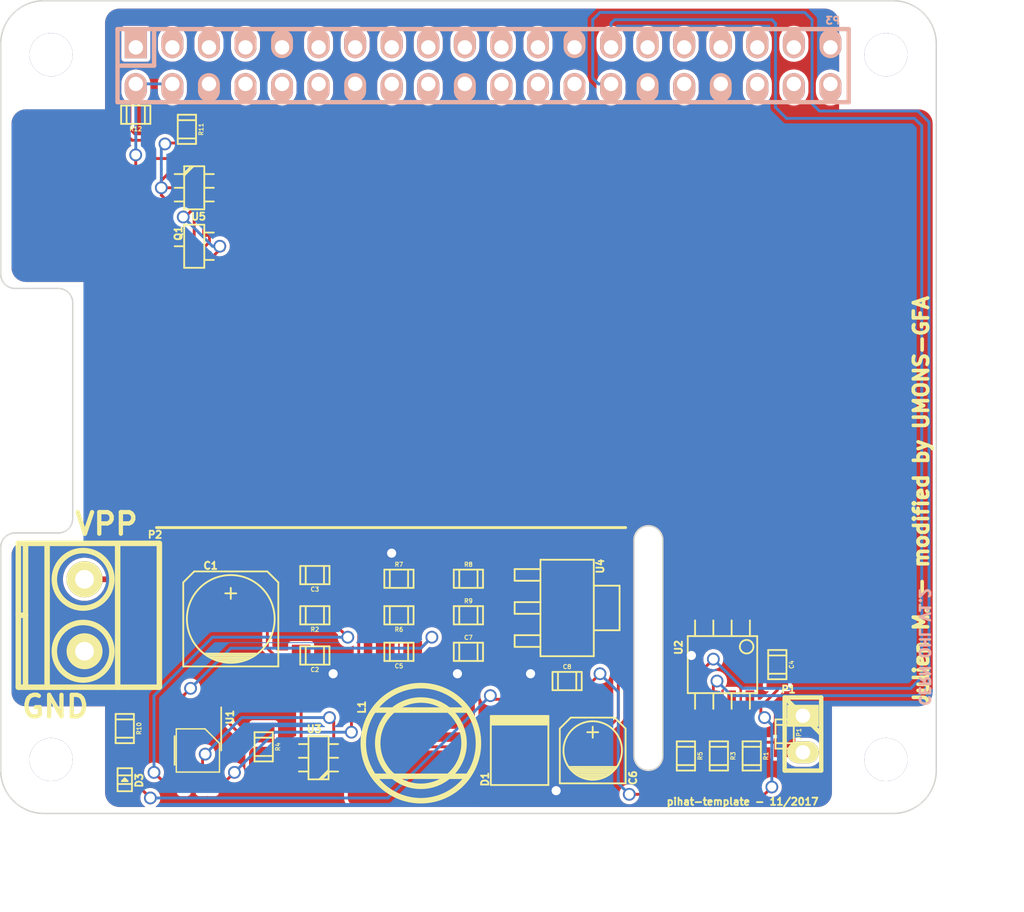
<source format=kicad_pcb>
(kicad_pcb (version 20221018) (generator pcbnew)
  (title_block (title "Raspberry Pi Hat Template") (date "2015-12-24") (rev "0.1") (company "OpenFet") (comment 1 "Author: Julien") (comment 2 "License: CERN OHL V1.2"))
  (layers (0 "F.Cu" signal) (31 "B.Cu" signal) (34 "B.Paste" user) (35 "F.Paste" user) (36 "B.SilkS" user "B.Silkscreen") (37 "F.SilkS" user "F.Silkscreen") (38 "B.Mask" user) (39 "F.Mask" user) (44 "Edge.Cuts" user))
  (net 0 "")
  (net 1 "GND")
  (net 2 "/Back Power Protection/5V_MCU")
  (net 3 "+24V")
  (net 4 "+5V")
  (net 5 "Net-(C3-Pad2)")
  (net 6 "Net-(C5-Pad2)")
  (net 7 "Net-(D1-Pad2)")
  (net 8 "Net-(D3-Pad2)")
  (net 9 "Net-(JP1-Pad1)")
  (net 10 "Net-(P3-Pad27)")
  (net 11 "Net-(P3-Pad28)")
  (net 12 "Net-(Q1-Pad1)")
  (net 13 "Net-(R4-Pad2)")
  (net 14 "Net-(R8-Pad1)")
  (net 15 "Net-(R11-Pad1)")
  (net 16 "Net-(U1-Pad3)")
  (net 17 "Net-(U1-Pad7)")
  (net 18 "Net-(P3-Pad1)")
  (net 19 "Net-(P3-Pad3)")
  (net 20 "Net-(P3-Pad5)")
  (net 21 "Net-(P3-Pad7)")
  (net 22 "Net-(P3-Pad8)")
  (net 23 "Net-(P3-Pad10)")
  (net 24 "Net-(P3-Pad11)")
  (net 25 "Net-(P3-Pad12)")
  (net 26 "Net-(P3-Pad13)")
  (net 27 "Net-(P3-Pad15)")
  (net 28 "Net-(P3-Pad16)")
  (net 29 "Net-(P3-Pad17)")
  (net 30 "Net-(P3-Pad18)")
  (net 31 "Net-(P3-Pad19)")
  (net 32 "Net-(P3-Pad21)")
  (net 33 "Net-(P3-Pad22)")
  (net 34 "Net-(P3-Pad23)")
  (net 35 "Net-(P3-Pad24)")
  (net 36 "Net-(P3-Pad26)")
  (net 37 "Net-(P3-Pad29)")
  (net 38 "Net-(P3-Pad31)")
  (net 39 "Net-(P3-Pad32)")
  (net 40 "Net-(P3-Pad33)")
  (net 41 "Net-(P3-Pad35)")
  (net 42 "Net-(P3-Pad36)")
  (net 43 "Net-(P3-Pad37)")
  (net 44 "Net-(P3-Pad40)")
  (net 45 "+3.3V")
  (footprint "Mounting_Holes:MountingHole_3mm" (layer "F.Cu") (at 166.42 74.82)
    (fp_text reference "REF**" hide)
    (fp_text value "MountingHole_3mm" hide)
  )
  (footprint "Mounting_Holes:MountingHole_3mm" (layer "F.Cu") (at 108.42 74.82)
    (fp_text reference "REF**" hide)
    (fp_text value "MountingHole_3mm" hide)
  )
  (footprint "Mounting_Holes:MountingHole_3mm" (layer "F.Cu") (at 108.42 123.82)
    (fp_text reference "REF**" hide)
    (fp_text value "MountingHole_3mm" hide)
  )
  (footprint "Mounting_Holes:MountingHole_3mm" (layer "F.Cu") (at 166.42 123.82)
    (fp_text reference "REF**" hide)
    (fp_text value "MountingHole_3mm" hide)
  )
  (footprint "project:c_elec_6.3x7.7" (layer "F.Cu") (at 120.904 114.046 90)
    (fp_text reference "C1")
    (fp_text value "50uf/50v" hide)
  )
  (footprint "project:c_elec_4x5.3" (layer "F.Cu") (at 146.05 123.19 90)
    (fp_text reference "C6")
    (fp_text value "10uf/6.3V" hide)
  )
  (footprint "project:do214aa" (layer "F.Cu") (at 140.97 123.19 90)
    (fp_text reference "D1")
    (fp_text value "DIODESCH" hide)
  )
  (footprint "project:Led_0603" (layer "F.Cu") (at 113.538 125.222 90)
    (fp_text reference "D3")
    (fp_text value "LED" hide)
  )
  (footprint "project:inductor_smd_8x5mm" (layer "F.Cu") (at 134.112 122.682 90)
    (fp_text reference "L1")
    (fp_text value "22uH" hide)
  )
  (footprint "project:pin_strip_2" (layer "F.Cu") (at 160.655 122.047 -90)
    (fp_text reference "P1")
    (fp_text value "CONN_01X02" hide)
  )
  (footprint "project:mkds_1,5-2" (layer "F.Cu") (at 110.744 113.792 -90)
    (fp_text reference "P2")
    (fp_text value "CONN_01X02" hide)
  )
  (footprint "project:sot23" (layer "F.Cu") (at 118.364 88.138 90)
    (fp_text reference "Q1")
    (fp_text value "BSS138" hide)
  )
  (footprint "project:LM3489" (layer "F.Cu") (at 118.618 123.19 -90)
    (fp_text reference "U1")
    (fp_text value "LM3489")
  )
  (footprint "project:sot23-6" (layer "F.Cu") (at 127 123.698 90)
    (fp_text reference "U3")
    (fp_text value "FDC5614P" hide)
  )
  (footprint "project:sot223" (layer "F.Cu") (at 144.272 113.284 -90)
    (fp_text reference "U4")
    (fp_text value "LM1117IMPX-ADJ" hide)
  )
  (footprint "project:sot23-6" (layer "F.Cu") (at 118.364 84.074 -90)
    (fp_text reference "U5")
    (fp_text value "DMMT5401" hide)
  )
  (footprint "project:c_0805" (layer "F.Cu") (at 126.746 116.586 180)
    (fp_text reference "C2")
    (fp_text value "0.1uf" hide)
  )
  (footprint "project:c_0805" (layer "F.Cu") (at 126.746 110.998 180)
    (fp_text reference "C3")
    (fp_text value "1nf" hide)
  )
  (footprint "project:c_0805" (layer "F.Cu") (at 158.877 117.221 -90)
    (fp_text reference "C4")
    (fp_text value "0.1uf" hide)
  )
  (footprint "project:c_0805" (layer "F.Cu") (at 132.588 116.332 180)
    (fp_text reference "C5")
    (fp_text value "0.1uf" hide)
  )
  (footprint "project:c_0805" (layer "F.Cu") (at 137.414 116.332)
    (fp_text reference "C7")
    (fp_text value "0.1uf" hide)
  )
  (footprint "project:c_0805" (layer "F.Cu") (at 144.272 118.364)
    (fp_text reference "C8")
    (fp_text value "1uf" hide)
  )
  (footprint "project:r_0805" (layer "F.Cu") (at 159.385 122.047 -90)
    (fp_text reference "JP1")
    (fp_text value "JUMPER" hide)
  )
  (footprint "project:r_0805" (layer "F.Cu") (at 157.099 123.571 -90)
    (fp_text reference "R1")
    (fp_text value "1k" hide)
  )
  (footprint "project:r_0805" (layer "F.Cu") (at 126.746 113.792 180)
    (fp_text reference "R2")
    (fp_text value "24k" hide)
  )
  (footprint "project:r_0805" (layer "F.Cu") (at 154.813 123.571 -90)
    (fp_text reference "R3")
    (fp_text value "3.9k" hide)
  )
  (footprint "project:r_0805" (layer "F.Cu") (at 123.19 122.936 -90)
    (fp_text reference "R4")
    (fp_text value "270" hide)
  )
  (footprint "project:r_0805" (layer "F.Cu") (at 152.527 123.571 -90)
    (fp_text reference "R5")
    (fp_text value "3.9k" hide)
  )
  (footprint "project:r_0805" (layer "F.Cu") (at 132.588 113.792 180)
    (fp_text reference "R6")
    (fp_text value "30k" hide)
  )
  (footprint "project:r_0805" (layer "F.Cu") (at 132.588 111.252)
    (fp_text reference "R7")
    (fp_text value "10k" hide)
  )
  (footprint "project:r_0805" (layer "F.Cu") (at 137.414 111.252)
    (fp_text reference "R8")
    (fp_text value "390" hide)
  )
  (footprint "project:r_0805" (layer "F.Cu") (at 137.414 113.792)
    (fp_text reference "R9")
    (fp_text value "240" hide)
  )
  (footprint "project:r_0805" (layer "F.Cu") (at 113.538 121.666 -90)
    (fp_text reference "R10")
    (fp_text value "360" hide)
  )
  (footprint "project:r_0805" (layer "F.Cu") (at 117.856 80.01 -90)
    (fp_text reference "R11")
    (fp_text value "10k" hide)
  )
  (footprint "project:r_0805" (layer "F.Cu") (at 114.3 78.994 180)
    (fp_text reference "R12")
    (fp_text value "47k" hide)
  )
  (footprint "project:CAT24C04WI-GT3" (layer "F.Cu") (at 155.067 117.221 180)
    (fp_text reference "U2")
    (fp_text value "CAT24C04WI-GT3 ")
  )
  (footprint "project:pin_socket_20x2" (layer "B.Cu") (at 138.436 75.582)
    (fp_text reference "P3")
    (fp_text value "Raspberry_Pi_+_Conn" hide)
  )
  (gr_line (start 115.744 107.696) (end 148.336 107.696) (stroke (width 0.2)) (layer "F.SilkS"))
  (gr_line (start 104.92 109.07) (end 104.92 124.57) (stroke (width 0.1)) (layer "Edge.Cuts"))
  (gr_arc (start 149.92 124.57) (mid 149.212893 124.277107) (end 148.92 123.57) (stroke (width 0.1)) (layer "Edge.Cuts"))
  (gr_arc (start 166.92 71.07) (mid 169.04132 71.94868) (end 169.92 74.07) (stroke (width 0.1)) (layer "Edge.Cuts"))
  (gr_arc (start 108.92 91.07) (mid 109.627107 91.362893) (end 109.92 92.07) (stroke (width 0.1)) (layer "Edge.Cuts"))
  (gr_arc (start 109.92 107.07) (mid 109.627107 107.777107) (end 108.92 108.07) (stroke (width 0.1)) (layer "Edge.Cuts"))
  (gr_line (start 104.92 90.07) (end 104.92 74.07) (stroke (width 0.1)) (layer "Edge.Cuts"))
  (gr_line (start 150.92 108.57) (end 150.92 123.57) (stroke (width 0.1)) (layer "Edge.Cuts"))
  (gr_line (start 105.92 91.07) (end 108.92 91.07) (stroke (width 0.1)) (layer "Edge.Cuts"))
  (gr_arc (start 169.92 124.57) (mid 169.04132 126.69132) (end 166.92 127.57) (stroke (width 0.1)) (layer "Edge.Cuts"))
  (gr_line (start 109.92 92.07) (end 109.92 107.07) (stroke (width 0.1)) (layer "Edge.Cuts"))
  (gr_arc (start 104.92 74.07) (mid 105.79868 71.94868) (end 107.92 71.07) (stroke (width 0.1)) (layer "Edge.Cuts"))
  (gr_line (start 169.92 74.07) (end 169.92 124.57) (stroke (width 0.1)) (layer "Edge.Cuts"))
  (gr_arc (start 150.92 123.57) (mid 150.627107 124.277107) (end 149.92 124.57) (stroke (width 0.1)) (layer "Edge.Cuts"))
  (gr_line (start 148.92 123.57) (end 148.92 108.57) (stroke (width 0.1)) (layer "Edge.Cuts"))
  (gr_line (start 108.92 108.07) (end 105.92 108.07) (stroke (width 0.1)) (layer "Edge.Cuts"))
  (gr_arc (start 149.92 107.57) (mid 150.627107 107.862893) (end 150.92 108.57) (stroke (width 0.1)) (layer "Edge.Cuts"))
  (gr_arc (start 148.92 108.57) (mid 149.212893 107.862893) (end 149.92 107.57) (stroke (width 0.1)) (layer "Edge.Cuts"))
  (gr_arc (start 104.92 109.07) (mid 105.212893 108.362893) (end 105.92 108.07) (stroke (width 0.1)) (layer "Edge.Cuts"))
  (gr_arc (start 105.92 91.07) (mid 105.212893 90.777107) (end 104.92 90.07) (stroke (width 0.1)) (layer "Edge.Cuts"))
  (gr_arc (start 107.92 127.57) (mid 105.79868 126.69132) (end 104.92 124.57) (stroke (width 0.1)) (layer "Edge.Cuts"))
  (gr_line (start 107.92 71.07) (end 166.92 71.07) (stroke (width 0.1)) (layer "Edge.Cuts"))
  (gr_line (start 166.92 127.57) (end 107.92 127.57) (stroke (width 0.1)) (layer "Edge.Cuts"))
  (gr_text "CERN OHL V1.2" (at 169.1 116 270) (layer "B.SilkS") (effects (font (size 0.7 0.7) (thickness 0.175)) (justify mirror)))
  (gr_text "Julien M. - modified by UMONS-GFA" (at 168.8725 105.8275 90) (layer "F.SilkS") (effects (font (size 1 1) (thickness 0.25))))
  (gr_text "GND" (at 108.712 120.142) (layer "F.SilkS") (effects (font (size 1.5 1.5) (thickness 0.3))))
  (gr_text "pihat-template - 11/2017" (at 156.464 126.746) (layer "F.SilkS") (effects (font (size 0.5 0.5) (thickness 0.125))))
  (gr_text "VPP" (at 112.268 107.442) (layer "F.SilkS") (effects (font (size 1.5 1.5) (thickness 0.3))))
  (segment (start 118.37 78.5435) (end 117.9195 78.994) (width 0.2) (layer "F.Cu") (net 1))
  (segment (start 117.9195 78.994) (end 115.2525 78.994) (width 0.2) (layer "F.Cu") (net 1))
  (segment (start 117.856 78.382) (end 119.386 76.852) (width 0.2) (layer "F.Cu") (net 1))
  (segment (start 120.39918 116.292) (end 120.904 116.79682) (width 0.4) (layer "F.Cu") (net 1))
  (segment (start 111.72 116.292) (end 113.538 118.11) (width 0.2) (layer "F.Cu") (net 1))
  (segment (start 113.538 118.11) (end 113.538 120.7135) (width 0.2) (layer "F.Cu") (net 1))
  (segment (start 131.6355 109.9185) (end 132.08 109.474) (width 0.2) (layer "F.Cu") (net 1))
  (segment (start 159.4485 116.2685) (end 160.274 117.094) (width 0.2) (layer "F.Cu") (net 1))
  (segment (start 160.274 117.094) (end 160.274 120.2055) (width 0.2) (layer "F.Cu") (net 1))
  (segment (start 160.274 120.2055) (end 159.385 121.0945) (width 0.2) (layer "F.Cu") (net 1))
  (segment (start 155.702 114.427) (end 154.432 114.427) (width 0.2) (layer "F.Cu") (net 1))
  (segment (start 154.432 114.427) (end 153.162 114.427) (width 0.2) (layer "F.Cu") (net 1))
  (segment (start 158.877 115.443) (end 157.861 114.427) (width 0.2) (layer "F.Cu") (net 1))
  (segment (start 157.861 114.427) (end 156.972 114.427) (width 0.2) (layer "F.Cu") (net 1))
  (segment (start 153.162 116.332) (end 152.908 116.586) (width 0.2) (layer "F.Cu") (net 1))
  (segment (start 142.24 118.364) (end 141.732 117.856) (width 0.2) (layer "F.Cu") (net 1))
  (segment (start 136.4615 117.6655) (end 136.652 117.856) (width 0.2) (layer "F.Cu") (net 1))
  (segment (start 144.50314 124.99086) (end 143.51 125.984) (width 0.2) (layer "F.Cu") (net 1))
  (segment (start 142.72514 125.19914) (end 143.51 125.984) (width 0.2) (layer "F.Cu") (net 1))
  (segment (start 127.6985 117.5385) (end 128.016 117.856) (width 0.2) (layer "F.Cu") (net 1))
  (segment (start 118.293 124.389) (end 117.348 123.444) (width 0.2) (layer "F.Cu") (net 1))
  (segment (start 114.6175 120.7135) (end 113.538 120.7135) (width 0.2) (layer "F.Cu") (net 1))
  (segment (start 117.348 123.444) (end 114.6175 120.7135) (width 0.2) (layer "F.Cu") (net 1))
  (segment (start 117.602 123.444) (end 118.943 122.103) (width 0.2) (layer "F.Cu") (net 1))
  (segment (start 118.943 122.103) (end 118.943 120.99) (width 0.2) (layer "F.Cu") (net 1))
  (segment (start 110.744 116.292) (end 111.72 116.292) (width 0.2) (layer "F.Cu") (net 1))
  (segment (start 143.3195 118.364) (end 142.24 118.364) (width 0.2) (layer "F.Cu") (net 1))
  (segment (start 117.856 79.0575) (end 117.856 78.382) (width 0.2) (layer "F.Cu") (net 1))
  (segment (start 127.6985 116.586) (end 127.6985 116.7765) (width 0.2) (layer "F.Cu") (net 1))
  (segment (start 118.293 125.39) (end 118.293 124.389) (width 0.2) (layer "F.Cu") (net 1))
  (segment (start 110.744 116.292) (end 120.39918 116.292) (width 0.4) (layer "F.Cu") (net 1))
  (segment (start 156.972 114.427) (end 155.702 114.427) (width 0.2) (layer "F.Cu") (net 1))
  (segment (start 131.6355 111.252) (end 131.6355 109.9185) (width 0.2) (layer "F.Cu") (net 1))
  (segment (start 140.97 125.19914) (end 142.72514 125.19914) (width 0.2) (layer "F.Cu") (net 1))
  (segment (start 136.4615 116.332) (end 136.4615 117.6655) (width 0.2) (layer "F.Cu") (net 1))
  (segment (start 127.6985 116.586) (end 127.6985 117.5385) (width 0.2) (layer "F.Cu") (net 1))
  (segment (start 144.50314 124.99086) (end 146.05 124.99086) (width 0.2) (layer "F.Cu") (net 1))
  (segment (start 158.877 116.2685) (end 159.4485 116.2685) (width 0.2) (layer "F.Cu") (net 1))
  (segment (start 158.877 116.2685) (end 158.877 115.443) (width 0.2) (layer "F.Cu") (net 1))
  (segment (start 153.162 114.427) (end 153.162 116.332) (width 0.2) (layer "F.Cu") (net 1))
  (segment (start 117.348 123.444) (end 117.602 123.444) (width 0.2) (layer "F.Cu") (net 1))
  (via (at 128.016 117.856) (size 0.889) (drill 0.635) (layers "F.Cu" "B.Cu") (net 1))
  (via (at 141.732 117.856) (size 0.889) (drill 0.635) (layers "F.Cu" "B.Cu") (net 1))
  (via (at 132.08 109.474) (size 0.889) (drill 0.635) (layers "F.Cu" "B.Cu") (net 1))
  (via (at 136.652 117.856) (size 0.889) (drill 0.635) (layers "F.Cu" "B.Cu") (net 1))
  (via (at 143.51 125.984) (size 0.889) (drill 0.635) (layers "F.Cu" "B.Cu") (net 1))
  (via (at 152.908 116.586) (size 0.889) (drill 0.635) (layers "F.Cu" "B.Cu") (net 1))
  (segment (start 132.08 109.474) (end 131.826 109.728) (width 0.2) (layer "B.Cu") (net 1))
  (segment (start 141.732 117.856) (end 141.986 118.11) (width 0.2) (layer "B.Cu") (net 1))
  (segment (start 128.016 117.856) (end 127.762 117.602) (width 0.2) (layer "B.Cu") (net 1))
  (segment (start 118.11 88.138) (end 118.364 87.884) (width 0.2) (layer "F.Cu") (net 2))
  (segment (start 118.364 87.884) (end 118.364 86.36) (width 0.2) (layer "F.Cu") (net 2))
  (segment (start 118.364 86.36) (end 118.618 86.106) (width 0.2) (layer "F.Cu") (net 2))
  (segment (start 118.618 86.106) (end 119.888 86.106) (width 0.2) (layer "F.Cu") (net 2))
  (segment (start 119.888 86.106) (end 120.396 85.598) (width 0.2) (layer "F.Cu") (net 2))
  (segment (start 120.396 85.598) (end 120.396 84.328) (width 0.2) (layer "F.Cu") (net 2))
  (segment (start 120.396 84.328) (end 120.142 84.074) (width 0.2) (layer "F.Cu") (net 2))
  (segment (start 120.142 84.074) (end 119.42064 84.074) (width 0.2) (layer "F.Cu") (net 2))
  (segment (start 115.316 88.138) (end 114.3 87.122) (width 0.2) (layer "F.Cu") (net 2))
  (segment (start 114.3 87.122) (end 114.3 81.788) (width 0.2) (layer "F.Cu") (net 2))
  (segment (start 116.078 88.138) (end 115.316 88.138) (width 0.2) (layer "F.Cu") (net 2))
  (segment (start 117.30736 88.138) (end 118.11 88.138) (width 0.2) (layer "F.Cu") (net 2))
  (segment (start 117.30736 88.138) (end 116.078 88.138) (width 0.2) (layer "F.Cu") (net 2))
  (via (at 114.3 81.788) (size 0.889) (drill 0.635) (layers "F.Cu" "B.Cu") (net 2))
  (segment (start 114.3 81.788) (end 114.306 81.794) (width 0.2) (layer "B.Cu") (net 2))
  (segment (start 114.306 81.794) (end 114.306 76.852) (width 0.2) (layer "B.Cu") (net 2))
  (segment (start 116.846 76.852) (end 114.306 76.852) (width 0.2) (layer "B.Cu") (net 2))
  (segment (start 120.90082 111.292) (end 120.904 111.29518) (width 0.4) (layer "F.Cu") (net 3))
  (segment (start 123.40082 111.29518) (end 123.698 110.998) (width 0.2) (layer "F.Cu") (net 3))
  (segment (start 123.698 110.998) (end 125.7935 110.998) (width 0.2) (layer "F.Cu") (net 3))
  (segment (start 123.48718 111.29518) (end 123.444 111.33836) (width 0.2) (layer "F.Cu") (net 3))
  (segment (start 123.444 111.33836) (end 123.444 113.792) (width 0.2) (layer "F.Cu") (net 3))
  (segment (start 123.444 116.078) (end 123.952 116.586) (width 0.2) (layer "F.Cu") (net 3))
  (segment (start 123.952 116.586) (end 125.7935 116.586) (width 0.2) (layer "F.Cu") (net 3))
  (segment (start 123.444 113.792) (end 123.444 116.078) (width 0.2) (layer "F.Cu") (net 3))
  (segment (start 125.7935 120.9675) (end 125.7935 119.888) (width 0.2) (layer "F.Cu") (net 3))
  (segment (start 125.73 122.53214) (end 125.94336 122.7455) (width 0.2) (layer "F.Cu") (net 3))
  (segment (start 125.7935 119.888) (end 125.7935 116.586) (width 0.2) (layer "F.Cu") (net 3))
  (segment (start 128.778 119.888) (end 129.286 120.396) (width 0.2) (layer "F.Cu") (net 3))
  (segment (start 129.286 120.396) (end 129.286 121.412) (width 0.2) (layer "F.Cu") (net 3))
  (segment (start 125.7935 120.9675) (end 125.7935 120.9675) (width 0.2) (layer "F.Cu") (net 3))
  (segment (start 125.7935 122.59564) (end 125.94336 122.7455) (width 0.2) (layer "F.Cu") (net 3))
  (segment (start 120.482 125.39) (end 121.158 124.714) (width 0.2) (layer "F.Cu") (net 3))
  (segment (start 129.286 121.666) (end 129.286 121.412) (width 0.2) (layer "F.Cu") (net 3))
  (segment (start 120.904 111.29518) (end 123.40082 111.29518) (width 0.2) (layer "F.Cu") (net 3))
  (segment (start 125.7935 119.888) (end 128.778 119.888) (width 0.2) (layer "F.Cu") (net 3))
  (segment (start 119.593 125.39) (end 120.482 125.39) (width 0.2) (layer "F.Cu") (net 3))
  (segment (start 123.444 113.792) (end 125.7935 113.792) (width 0.2) (layer "F.Cu") (net 3))
  (segment (start 119.593 125.39) (end 119.593 125.943) (width 0.2) (layer "F.Cu") (net 3))
  (segment (start 110.744 111.292) (end 120.90082 111.292) (width 0.4) (layer "F.Cu") (net 3))
  (segment (start 120.904 111.29518) (end 123.48718 111.29518) (width 0.2) (layer "F.Cu") (net 3))
  (segment (start 125.7935 120.9675) (end 125.7935 122.59564) (width 0.2) (layer "F.Cu") (net 3))
  (segment (start 129.286 121.92) (end 129.286 121.666) (width 0.2) (layer "F.Cu") (net 3))
  (via (at 129.286 121.92) (size 0.889) (drill 0.635) (layers "F.Cu" "B.Cu") (net 3))
  (via (at 121.158 124.714) (size 0.889) (drill 0.635) (layers "F.Cu" "B.Cu") (net 3))
  (segment (start 121.158 124.714) (end 123.952 121.92) (width 0.2) (layer "B.Cu") (net 3))
  (segment (start 123.952 121.92) (end 129.286 121.92) (width 0.2) (layer "B.Cu") (net 3))
  (segment (start 120.4595 83.1215) (end 120.904 83.566) (width 0.2) (layer "F.Cu") (net 4))
  (segment (start 120.904 83.566) (end 120.904 86.614) (width 0.2) (layer "F.Cu") (net 4))
  (segment (start 120.904 86.614) (end 120.396 87.122) (width 0.2) (layer "F.Cu") (net 4))
  (segment (start 120.396 87.122) (end 119.48414 87.122) (width 0.2) (layer "F.Cu") (net 4))
  (segment (start 119.48414 87.122) (end 119.42064 87.1855) (width 0.2) (layer "F.Cu") (net 4))
  (segment (start 119.42064 87.84336) (end 119.126 88.138) (width 0.2) (layer "F.Cu") (net 4))
  (segment (start 119.126 88.138) (end 118.618 88.138) (width 0.2) (layer "F.Cu") (net 4))
  (segment (start 118.618 88.138) (end 118.364 88.392) (width 0.2) (layer "F.Cu") (net 4))
  (segment (start 118.364 88.392) (end 118.364 88.646) (width 0.2) (layer "F.Cu") (net 4))
  (segment (start 118.364 88.646) (end 116.078 90.932) (width 0.2) (layer "F.Cu") (net 4))
  (segment (start 116.078 90.932) (end 112.014 90.932) (width 0.2) (layer "F.Cu") (net 4))
  (segment (start 112.014 90.932) (end 111.76 91.186) (width 0.2) (layer "F.Cu") (net 4))
  (segment (start 111.76 91.186) (end 111.76 105.156) (width 0.2) (layer "F.Cu") (net 4))
  (segment (start 111.76 106.934) (end 113.284 108.458) (width 0.1) (layer "F.Cu") (net 4))
  (segment (start 113.284 108.458) (end 128.27 108.458) (width 0.1) (layer "F.Cu") (net 4))
  (segment (start 128.27 108.458) (end 129.794 109.982) (width 0.1) (layer "F.Cu") (net 4))
  (segment (start 129.794 109.982) (end 129.794 117.348) (width 0.1) (layer "F.Cu") (net 4))
  (segment (start 129.794 117.348) (end 130.302 117.856) (width 0.1) (layer "F.Cu") (net 4))
  (segment (start 111.76 106.934) (end 113.284 108.458) (width 0.2) (layer "F.Cu") (net 4))
  (segment (start 113.284 108.458) (end 128.27 108.458) (width 0.2) (layer "F.Cu") (net 4))
  (segment (start 128.27 108.458) (end 129.794 109.982) (width 0.2) (layer "F.Cu") (net 4))
  (segment (start 129.794 109.982) (end 129.794 117.348) (width 0.2) (layer "F.Cu") (net 4))
  (segment (start 129.794 117.348) (end 130.302 117.856) (width 0.2) (layer "F.Cu") (net 4))
  (segment (start 130.302 117.856) (end 131.572 117.856) (width 0.2) (layer "F.Cu") (net 4))
  (segment (start 133.604 117.856) (end 134.112 118.364) (width 0.2) (layer "F.Cu") (net 4))
  (segment (start 134.112 118.364) (end 134.112 120.18264) (width 0.2) (layer "F.Cu") (net 4))
  (segment (start 131.572 117.856) (end 133.604 117.856) (width 0.2) (layer "F.Cu") (net 4))
  (segment (start 131.572 116.3955) (end 131.6355 116.332) (width 0.2) (layer "F.Cu") (net 4))
  (segment (start 142.494 108.458) (end 143.002 108.966) (width 0.2) (layer "F.Cu") (net 4))
  (segment (start 143.002 108.966) (end 143.002 115.062) (width 0.2) (layer "F.Cu") (net 4))
  (segment (start 142.47876 115.58524) (end 142.494 115.57) (width 0.2) (layer "F.Cu") (net 4))
  (segment (start 142.494 115.57) (end 142.494 115.58524) (width 0.2) (layer "F.Cu") (net 4))
  (segment (start 142.494 115.58524) (end 141.27226 115.58524) (width 0.2) (layer "F.Cu") (net 4))
  (segment (start 141.27226 116.12626) (end 141.986 116.84) (width 0.2) (layer "F.Cu") (net 4))
  (segment (start 141.986 116.84) (end 147.32 116.84) (width 0.2) (layer "F.Cu") (net 4))
  (segment (start 147.32 116.84) (end 147.828 117.348) (width 0.2) (layer "F.Cu") (net 4))
  (segment (start 147.828 117.348) (end 147.828 120.904) (width 0.2) (layer "F.Cu") (net 4))
  (segment (start 147.828 120.904) (end 147.34286 121.38914) (width 0.2) (layer "F.Cu") (net 4))
  (segment (start 147.34286 121.38914) (end 146.05 121.38914) (width 0.2) (layer "F.Cu") (net 4))
  (segment (start 119.42064 83.1215) (end 120.4595 83.1215) (width 0.2) (layer "F.Cu") (net 4))
  (segment (start 128.27 108.458) (end 142.494 108.458) (width 0.2) (layer "F.Cu") (net 4))
  (segment (start 111.76 105.156) (end 111.76 106.934) (width 0.2) (layer "F.Cu") (net 4))
  (segment (start 131.572 117.856) (end 131.572 116.3955) (width 0.2) (layer "F.Cu") (net 4))
  (segment (start 141.27226 115.58524) (end 141.27226 116.12626) (width 0.2) (layer "F.Cu") (net 4))
  (segment (start 131.6355 116.332) (end 131.6355 113.792) (width 0.2) (layer "F.Cu") (net 4))
  (segment (start 119.42064 87.84336) (end 119.42064 87.1855) (width 0.2) (layer "F.Cu") (net 4))
  (segment (start 143.002 115.062) (end 142.47876 115.58524) (width 0.2) (layer "F.Cu") (net 4))
  (segment (start 127.6985 113.9825) (end 129.032 115.316) (width 0.2) (layer "F.Cu") (net 5))
  (segment (start 115.57 124.714) (end 116.246 125.39) (width 0.2) (layer "F.Cu") (net 5))
  (segment (start 116.246 125.39) (end 117.643 125.39) (width 0.2) (layer "F.Cu") (net 5))
  (segment (start 127.6985 113.792) (end 127.6985 113.9825) (width 0.2) (layer "F.Cu") (net 5))
  (segment (start 127.6985 110.998) (end 127.6985 113.792) (width 0.2) (layer "F.Cu") (net 5))
  (via (at 115.57 124.714) (size 0.889) (drill 0.635) (layers "F.Cu" "B.Cu") (net 5))
  (via (at 129.032 115.316) (size 0.889) (drill 0.635) (layers "F.Cu" "B.Cu") (net 5))
  (segment (start 129.032 115.316) (end 122.682 115.316) (width 0.2) (layer "B.Cu") (net 5))
  (segment (start 122.682 115.316) (end 120.142 115.316) (width 0.2) (layer "B.Cu") (net 5))
  (segment (start 119.634 115.316) (end 115.57 119.38) (width 0.2) (layer "B.Cu") (net 5))
  (segment (start 115.57 119.38) (end 115.57 124.714) (width 0.2) (layer "B.Cu") (net 5))
  (segment (start 120.142 115.316) (end 119.634 115.316) (width 0.2) (layer "B.Cu") (net 5))
  (segment (start 117.643 119.339) (end 118.11 118.872) (width 0.2) (layer "F.Cu") (net 6))
  (segment (start 134.874 115.316) (end 133.858 116.332) (width 0.2) (layer "F.Cu") (net 6))
  (segment (start 133.858 116.332) (end 133.5405 116.332) (width 0.2) (layer "F.Cu") (net 6))
  (segment (start 117.643 120.99) (end 117.643 119.339) (width 0.2) (layer "F.Cu") (net 6))
  (segment (start 133.5405 113.792) (end 133.5405 111.252) (width 0.2) (layer "F.Cu") (net 6))
  (segment (start 133.5405 116.332) (end 133.5405 113.792) (width 0.2) (layer "F.Cu") (net 6))
  (via (at 118.11 118.872) (size 0.889) (drill 0.635) (layers "F.Cu" "B.Cu") (net 6))
  (via (at 134.874 115.316) (size 0.889) (drill 0.635) (layers "F.Cu" "B.Cu") (net 6))
  (segment (start 118.11 118.872) (end 120.904 116.078) (width 0.2) (layer "B.Cu") (net 6))
  (segment (start 120.904 116.078) (end 134.112 116.078) (width 0.2) (layer "B.Cu") (net 6))
  (segment (start 134.112 116.078) (end 134.874 115.316) (width 0.2) (layer "B.Cu") (net 6))
  (segment (start 140.18514 121.18086) (end 138.43 122.936) (width 0.2) (layer "F.Cu") (net 7))
  (segment (start 138.43 122.936) (end 134.366 122.936) (width 0.2) (layer "F.Cu") (net 7))
  (segment (start 134.366 122.936) (end 134.112 123.19) (width 0.2) (layer "F.Cu") (net 7))
  (segment (start 134.112 123.19) (end 134.112 125.18136) (width 0.2) (layer "F.Cu") (net 7))
  (segment (start 125.75286 123.8885) (end 125.94336 123.698) (width 0.2) (layer "F.Cu") (net 7))
  (segment (start 125.94336 124.6505) (end 128.05664 124.6505) (width 0.2) (layer "F.Cu") (net 7))
  (segment (start 128.05664 124.6505) (end 128.05664 123.698) (width 0.2) (layer "F.Cu") (net 7))
  (segment (start 128.05664 123.698) (end 125.94336 123.698) (width 0.2) (layer "F.Cu") (net 7))
  (segment (start 129.2225 124.6505) (end 129.75336 125.18136) (width 0.2) (layer "F.Cu") (net 7))
  (segment (start 129.75336 125.18136) (end 134.112 125.18136) (width 0.2) (layer "F.Cu") (net 7))
  (segment (start 128.05664 124.6505) (end 129.2225 124.6505) (width 0.2) (layer "F.Cu") (net 7))
  (segment (start 125.94336 123.698) (end 125.94336 124.6505) (width 0.2) (layer "F.Cu") (net 7))
  (segment (start 123.19 123.8885) (end 125.75286 123.8885) (width 0.2) (layer "F.Cu") (net 7))
  (segment (start 140.97 121.18086) (end 140.18514 121.18086) (width 0.2) (layer "F.Cu") (net 7))
  (segment (start 113.538 122.6185) (end 113.538 124.4727) (width 0.2) (layer "F.Cu") (net 8))
  (segment (start 159.7025 123.317) (end 159.004 122.6185) (width 0.2) (layer "F.Cu") (net 9))
  (segment (start 159.004 122.6185) (end 157.099 122.6185) (width 0.2) (layer "F.Cu") (net 9))
  (segment (start 155.702 121.158) (end 157.099 122.555) (width 0.2) (layer "F.Cu") (net 9))
  (segment (start 157.099 122.555) (end 157.099 122.6185) (width 0.2) (layer "F.Cu") (net 9))
  (segment (start 155.702 120.015) (end 155.702 121.158) (width 0.2) (layer "F.Cu") (net 9))
  (segment (start 160.655 123.317) (end 159.7025 123.317) (width 0.2) (layer "F.Cu") (net 9))
  (segment (start 152.527 121.539) (end 153.162 120.904) (width 0.2) (layer "F.Cu") (net 10))
  (segment (start 153.162 120.904) (end 153.162 120.015) (width 0.2) (layer "F.Cu") (net 10))
  (segment (start 154.432 116.84) (end 153.162 118.11) (width 0.2) (layer "F.Cu") (net 10))
  (segment (start 153.162 118.11) (end 153.162 120.015) (width 0.2) (layer "F.Cu") (net 10))
  (segment (start 152.527 122.6185) (end 152.527 121.539) (width 0.2) (layer "F.Cu") (net 10))
  (via (at 154.432 116.84) (size 0.889) (drill 0.635) (layers "F.Cu" "B.Cu") (net 10))
  (segment (start 147.326 72.638) (end 147.574 72.39) (width 0.2) (layer "B.Cu") (net 10))
  (segment (start 147.574 72.39) (end 158.496 72.39) (width 0.2) (layer "B.Cu") (net 10))
  (segment (start 158.496 72.39) (end 158.75 72.644) (width 0.2) (layer "B.Cu") (net 10))
  (segment (start 158.75 72.644) (end 158.75 78.486) (width 0.2) (layer "B.Cu") (net 10))
  (segment (start 158.75 78.486) (end 159.512 79.248) (width 0.2) (layer "B.Cu") (net 10))
  (segment (start 159.512 79.248) (end 168.402 79.248) (width 0.2) (layer "B.Cu") (net 10))
  (segment (start 168.402 79.248) (end 168.91 79.756) (width 0.2) (layer "B.Cu") (net 10))
  (segment (start 168.91 79.756) (end 168.91 118.11) (width 0.2) (layer "B.Cu") (net 10))
  (segment (start 168.91 118.11) (end 168.148 118.872) (width 0.2) (layer "B.Cu") (net 10))
  (segment (start 168.148 118.872) (end 156.464 118.872) (width 0.2) (layer "B.Cu") (net 10))
  (segment (start 156.464 118.872) (end 154.432 116.84) (width 0.2) (layer "B.Cu") (net 10))
  (segment (start 147.326 74.312) (end 147.326 72.638) (width 0.2) (layer "B.Cu") (net 10))
  (segment (start 154.813 122.047) (end 154.432 121.666) (width 0.2) (layer "F.Cu") (net 11))
  (segment (start 154.432 121.666) (end 154.432 120.015) (width 0.2) (layer "F.Cu") (net 11))
  (segment (start 154.432 118.618) (end 154.686 118.364) (width 0.2) (layer "F.Cu") (net 11))
  (segment (start 154.432 120.015) (end 154.432 118.618) (width 0.2) (layer "F.Cu") (net 11))
  (segment (start 154.813 122.6185) (end 154.813 122.047) (width 0.2) (layer "F.Cu") (net 11))
  (via (at 154.686 118.364) (size 0.889) (drill 0.635) (layers "F.Cu" "B.Cu") (net 11))
  (segment (start 154.686 118.364) (end 155.702 119.38) (width 0.2) (layer "B.Cu") (net 11))
  (segment (start 155.702 119.38) (end 168.656 119.38) (width 0.2) (layer "B.Cu") (net 11))
  (segment (start 168.656 119.38) (end 169.418 118.618) (width 0.2) (layer "B.Cu") (net 11))
  (segment (start 169.418 118.618) (end 169.418 79.502) (width 0.2) (layer "B.Cu") (net 11))
  (segment (start 169.418 79.502) (end 168.656 78.74) (width 0.2) (layer "B.Cu") (net 11))
  (segment (start 168.656 78.74) (end 161.798 78.74) (width 0.2) (layer "B.Cu") (net 11))
  (segment (start 161.29 78.232) (end 161.798 78.74) (width 0.2) (layer "B.Cu") (net 11))
  (segment (start 161.29 73.152) (end 161.29 78.232) (width 0.2) (layer "B.Cu") (net 11))
  (segment (start 149.098 71.882) (end 160.782 71.882) (width 0.2) (layer "B.Cu") (net 11))
  (segment (start 160.782 71.882) (end 161.29 72.39) (width 0.2) (layer "B.Cu") (net 11))
  (segment (start 161.29 72.39) (end 161.29 73.152) (width 0.2) (layer "B.Cu") (net 11))
  (segment (start 146.558 71.882) (end 146.05 72.39) (width 0.2) (layer "B.Cu") (net 11))
  (segment (start 146.05 72.39) (end 146.05 76.454) (width 0.2) (layer "B.Cu") (net 11))
  (segment (start 146.05 76.454) (end 146.448 76.852) (width 0.2) (layer "B.Cu") (net 11))
  (segment (start 146.448 76.852) (end 147.326 76.852) (width 0.2) (layer "B.Cu") (net 11))
  (segment (start 149.098 71.882) (end 146.558 71.882) (width 0.2) (layer "B.Cu") (net 11))
  (segment (start 147.326 76.852) (end 147.326 76.194) (width 0.2) (layer "B.Cu") (net 11))
  (segment (start 119.35714 85.09) (end 119.42064 85.0265) (width 0.2) (layer "F.Cu") (net 12))
  (segment (start 118.8085 85.0265) (end 118.364 84.582) (width 0.2) (layer "F.Cu") (net 12))
  (segment (start 118.364 84.582) (end 118.364 82.296) (width 0.2) (layer "F.Cu") (net 12))
  (segment (start 118.364 82.296) (end 118.11 82.042) (width 0.2) (layer "F.Cu") (net 12))
  (segment (start 118.11 82.042) (end 115.57 82.042) (width 0.2) (layer "F.Cu") (net 12))
  (segment (start 113.538 79.1845) (end 113.3475 78.994) (width 0.2) (layer "F.Cu") (net 12))
  (segment (start 118.8085 85.0265) (end 117.729 86.106) (width 0.2) (layer "F.Cu") (net 12))
  (segment (start 117.729 86.106) (end 117.602 86.106) (width 0.2) (layer "F.Cu") (net 12))
  (segment (start 120.142 88.138) (end 120.396 88.392) (width 0.2) (layer "F.Cu") (net 12))
  (segment (start 120.396 88.392) (end 120.11914 88.392) (width 0.2) (layer "F.Cu") (net 12))
  (segment (start 120.11914 88.392) (end 119.42064 89.0905) (width 0.2) (layer "F.Cu") (net 12))
  (segment (start 113.538 80.264) (end 113.538 79.1845) (width 0.2) (layer "F.Cu") (net 12))
  (segment (start 114.046 80.772) (end 115.062 80.772) (width 0.2) (layer "F.Cu") (net 12))
  (segment (start 115.062 80.772) (end 115.316 81.026) (width 0.2) (layer "F.Cu") (net 12))
  (segment (start 115.316 81.026) (end 115.316 81.788) (width 0.2) (layer "F.Cu") (net 12))
  (segment (start 115.316 81.788) (end 115.316 82.042) (width 0.2) (layer "F.Cu") (net 12))
  (segment (start 115.316 82.042) (end 115.57 82.042) (width 0.2) (layer "F.Cu") (net 12))
  (segment (start 113.538 80.264) (end 114.046 80.772) (width 0.2) (layer "F.Cu") (net 12))
  (segment (start 119.42064 85.0265) (end 118.8085 85.0265) (width 0.2) (layer "F.Cu") (net 12))
  (via (at 120.142 88.138) (size 0.889) (drill 0.635) (layers "F.Cu" "B.Cu") (net 12))
  (via (at 117.602 86.106) (size 0.889) (drill 0.635) (layers "F.Cu" "B.Cu") (net 12))
  (segment (start 117.602 86.106) (end 119.634 88.138) (width 0.2) (layer "B.Cu") (net 12))
  (segment (start 119.634 88.138) (end 120.142 88.138) (width 0.2) (layer "B.Cu") (net 12))
  (segment (start 120.482 120.99) (end 121.4755 121.9835) (width 0.2) (layer "F.Cu") (net 13))
  (segment (start 121.4755 121.9835) (end 123.19 121.9835) (width 0.2) (layer "F.Cu") (net 13))
  (segment (start 119.593 120.99) (end 120.482 120.99) (width 0.2) (layer "F.Cu") (net 13))
  (segment (start 139.96924 110.98276) (end 139.7 111.252) (width 0.2) (layer "F.Cu") (net 14))
  (segment (start 139.7 111.252) (end 138.3665 111.252) (width 0.2) (layer "F.Cu") (net 14))
  (segment (start 137.922 112.522) (end 136.652 112.522) (width 0.2) (layer "F.Cu") (net 14))
  (segment (start 136.652 112.522) (end 136.4615 112.7125) (width 0.2) (layer "F.Cu") (net 14))
  (segment (start 136.4615 112.7125) (end 136.4615 113.792) (width 0.2) (layer "F.Cu") (net 14))
  (segment (start 138.176 112.522) (end 138.43 112.268) (width 0.2) (layer "F.Cu") (net 14))
  (segment (start 138.43 112.268) (end 138.43 111.3155) (width 0.2) (layer "F.Cu") (net 14))
  (segment (start 138.43 111.3155) (end 138.3665 111.252) (width 0.2) (layer "F.Cu") (net 14))
  (segment (start 141.27226 110.98276) (end 139.96924 110.98276) (width 0.2) (layer "F.Cu") (net 14))
  (segment (start 137.922 112.522) (end 138.176 112.522) (width 0.2) (layer "F.Cu") (net 14))
  (segment (start 116.3955 80.9625) (end 116.332 81.026) (width 0.2) (layer "F.Cu") (net 15))
  (segment (start 116.078 83.566) (end 116.5225 83.1215) (width 0.2) (layer "F.Cu") (net 15))
  (segment (start 116.5225 83.1215) (end 117.30736 83.1215) (width 0.2) (layer "F.Cu") (net 15))
  (segment (start 116.078 84.582) (end 116.5225 85.0265) (width 0.2) (layer "F.Cu") (net 15))
  (segment (start 116.5225 85.0265) (end 117.30736 85.0265) (width 0.2) (layer "F.Cu") (net 15))
  (segment (start 116.078 84.074) (end 117.30736 84.074) (width 0.2) (layer "F.Cu") (net 15))
  (segment (start 116.078 84.074) (end 116.078 84.582) (width 0.2) (layer "F.Cu") (net 15))
  (segment (start 116.078 84.074) (end 116.078 83.566) (width 0.2) (layer "F.Cu") (net 15))
  (segment (start 117.856 80.9625) (end 116.3955 80.9625) (width 0.2) (layer "F.Cu") (net 15))
  (segment (start 117.30736 85.0265) (end 117.30736 84.074) (width 0.2) (layer "F.Cu") (net 15))
  (segment (start 117.30736 84.074) (end 117.30736 83.1215) (width 0.2) (layer "F.Cu") (net 15))
  (via (at 116.332 81.026) (size 0.889) (drill 0.635) (layers "F.Cu" "B.Cu") (net 15))
  (via (at 116.078 84.074) (size 0.889) (drill 0.635) (layers "F.Cu" "B.Cu") (net 15))
  (segment (start 116.332 81.026) (end 116.078 81.28) (width 0.2) (layer "B.Cu") (net 15))
  (segment (start 116.078 81.28) (end 116.078 84.074) (width 0.2) (layer "B.Cu") (net 15))
  (segment (start 128.05664 121.19864) (end 127.762 120.904) (width 0.2) (layer "F.Cu") (net 17))
  (segment (start 119.126 123.444) (end 118.943 123.627) (width 0.2) (layer "F.Cu") (net 17))
  (segment (start 118.943 123.627) (end 118.943 125.39) (width 0.2) (layer "F.Cu") (net 17))
  (segment (start 128.05664 122.7455) (end 128.05664 121.19864) (width 0.2) (layer "F.Cu") (net 17))
  (via (at 119.126 123.444) (size 0.889) (drill 0.635) (layers "F.Cu" "B.Cu") (net 17))
  (via (at 127.762 120.904) (size 0.889) (drill 0.635) (layers "F.Cu" "B.Cu") (net 17))
  (segment (start 127.762 120.904) (end 121.666 120.904) (width 0.2) (layer "B.Cu") (net 17))
  (segment (start 121.666 120.904) (end 119.126 123.444) (width 0.2) (layer "B.Cu") (net 17))
  (segment (start 140.208 113.284) (end 139.7 113.792) (width 0.2) (layer "F.Cu") (net 45))
  (segment (start 139.7 113.792) (end 138.3665 113.792) (width 0.2) (layer "F.Cu") (net 45))
  (segment (start 138.3665 117.5385) (end 140.462 119.634) (width 0.2) (layer "F.Cu") (net 45))
  (segment (start 140.462 119.634) (end 144.78 119.634) (width 0.2) (layer "F.Cu") (net 45))
  (segment (start 144.78 119.634) (end 145.2245 119.1895) (width 0.2) (layer "F.Cu") (net 45))
  (segment (start 145.2245 119.1895) (end 145.2245 118.364) (width 0.2) (layer "F.Cu") (net 45))
  (segment (start 146.05 118.364) (end 146.558 117.856) (width 0.2) (layer "F.Cu") (net 45))
  (segment (start 148.59 126.238) (end 152.654 126.238) (width 0.2) (layer "F.Cu") (net 45))
  (segment (start 152.654 126.238) (end 152.527 126.111) (width 0.2) (layer "F.Cu") (net 45))
  (segment (start 152.527 126.111) (end 152.527 124.5235) (width 0.2) (layer "F.Cu") (net 45))
  (segment (start 154.686 126.238) (end 154.813 126.111) (width 0.2) (layer "F.Cu") (net 45))
  (segment (start 154.813 126.111) (end 154.813 124.5235) (width 0.2) (layer "F.Cu") (net 45))
  (segment (start 156.718 126.238) (end 157.099 125.857) (width 0.2) (layer "F.Cu") (net 45))
  (segment (start 157.099 125.857) (end 157.099 124.5235) (width 0.2) (layer "F.Cu") (net 45))
  (segment (start 157.861 120.015) (end 158.877 118.999) (width 0.2) (layer "F.Cu") (net 45))
  (segment (start 158.877 118.999) (end 158.877 118.1735) (width 0.2) (layer "F.Cu") (net 45))
  (segment (start 139.192 119.634) (end 138.938 119.38) (width 0.2) (layer "F.Cu") (net 45))
  (segment (start 115.316 126.492) (end 114.7953 125.9713) (width 0.2) (layer "F.Cu") (net 45))
  (segment (start 114.7953 125.9713) (end 113.538 125.9713) (width 0.2) (layer "F.Cu") (net 45))
  (segment (start 157.734 120.015) (end 157.861 120.015) (width 0.2) (layer "F.Cu") (net 45))
  (segment (start 157.734 120.65) (end 157.988 120.904) (width 0.2) (layer "F.Cu") (net 45))
  (segment (start 158.496 125.73) (end 157.988 126.238) (width 0.2) (layer "F.Cu") (net 45))
  (segment (start 157.988 126.238) (end 156.718 126.238) (width 0.2) (layer "F.Cu") (net 45))
  (segment (start 141.27226 113.284) (end 140.208 113.284) (width 0.2) (layer "F.Cu") (net 45))
  (segment (start 140.462 119.634) (end 139.192 119.634) (width 0.2) (layer "F.Cu") (net 45))
  (segment (start 154.686 126.238) (end 156.718 126.238) (width 0.2) (layer "F.Cu") (net 45))
  (segment (start 152.654 126.238) (end 154.686 126.238) (width 0.2) (layer "F.Cu") (net 45))
  (segment (start 156.972 120.015) (end 157.734 120.015) (width 0.2) (layer "F.Cu") (net 45))
  (segment (start 138.3665 116.332) (end 138.3665 117.5385) (width 0.2) (layer "F.Cu") (net 45))
  (segment (start 138.3665 113.792) (end 138.3665 116.332) (width 0.2) (layer "F.Cu") (net 45))
  (segment (start 145.2245 118.364) (end 146.05 118.364) (width 0.2) (layer "F.Cu") (net 45))
  (segment (start 157.734 120.015) (end 157.734 120.65) (width 0.2) (layer "F.Cu") (net 45))
  (via (at 138.938 119.38) (size 0.889) (drill 0.635) (layers "F.Cu" "B.Cu") (net 45))
  (via (at 146.558 117.856) (size 0.889) (drill 0.635) (layers "F.Cu" "B.Cu") (net 45))
  (via (at 115.316 126.492) (size 0.889) (drill 0.635) (layers "F.Cu" "B.Cu") (net 45))
  (via (at 157.988 120.904) (size 0.889) (drill 0.635) (layers "F.Cu" "B.Cu") (net 45))
  (via (at 148.59 126.238) (size 0.889) (drill 0.635) (layers "F.Cu" "B.Cu") (net 45))
  (via (at 158.496 125.73) (size 0.889) (drill 0.635) (layers "F.Cu" "B.Cu") (net 45))
  (segment (start 146.558 117.856) (end 147.828 119.126) (width 0.2) (layer "B.Cu") (net 45))
  (segment (start 147.828 119.126) (end 147.828 125.476) (width 0.2) (layer "B.Cu") (net 45))
  (segment (start 147.828 125.476) (end 148.59 126.238) (width 0.2) (layer "B.Cu") (net 45))
  (segment (start 138.938 119.38) (end 131.826 126.492) (width 0.2) (layer "B.Cu") (net 45))
  (segment (start 131.826 126.492) (end 115.316 126.492) (width 0.2) (layer "B.Cu") (net 45))
  (segment (start 157.988 120.904) (end 158.496 121.412) (width 0.2) (layer "B.Cu") (net 45))
  (segment (start 158.496 121.412) (end 158.496 125.73) (width 0.2) (layer "B.Cu") (net 45))
  (zone (net 1) (net_name "GND") (layer "F.Cu") (connect_pads yes (clearance 0.25)) (min_thickness 0.05) (fill yes (thermal_gap 0.508) (thermal_bridge_width 0.508) (smoothing fillet) (radius 1))
    (polygon (pts (xy 169.67 120.12) (xy 162.67 120.12) (xy 162.67 127.12) (xy 112.17 127.12) (xy 112.17 120.12) (xy 105.67 120.12) (xy 105.67 108.62) (xy 110.67 108.62) (xy 110.67 90.62) (xy 105.67 90.62) (xy 105.67 78.62) (xy 112.17 78.62) (xy 112.17 71.62) (xy 163.17 71.62) (xy 163.17 78.62) (xy 169.67 78.62)))
  )
  (zone (net 7) (net_name "Net-(D1-Pad2)") (layer "F.Cu") (priority 2) (connect_pads yes (clearance 0.23)) (min_thickness 0.254) (fill yes (thermal_gap 0.508) (thermal_bridge_width 0.508) (smoothing fillet) (radius 0.5))
    (polygon (pts (xy 139.7 122.682) (xy 138.176 124.968) (xy 138.176 127) (xy 129.032 127) (xy 129.032 125.476) (xy 122.174 125.476) (xy 122.174 122.936) (xy 124.714 122.936) (xy 124.968 123.19) (xy 129.032 123.19) (xy 137.16 123.19) (xy 139.446 119.888) (xy 142.494 119.888) (xy 142.494 122.682)))
  )
  (zone (net 1) (net_name "GND") (layer "B.Cu") (connect_pads yes (clearance 0.25)) (min_thickness 0.05) (fill yes (thermal_gap 0.508) (thermal_bridge_width 0.508) (smoothing fillet) (radius 1))
    (polygon (pts (xy 169.67 120.12) (xy 162.67 120.12) (xy 162.67 127.12) (xy 112.17 127.12) (xy 112.17 120.12) (xy 105.67 120.12) (xy 105.67 108.62) (xy 110.67 108.62) (xy 110.67 90.62) (xy 105.67 90.62) (xy 105.67 78.62) (xy 112.17 78.62) (xy 112.17 71.62) (xy 163.17 71.62) (xy 163.17 78.62) (xy 169.67 78.62)))
  )
)
</source>
